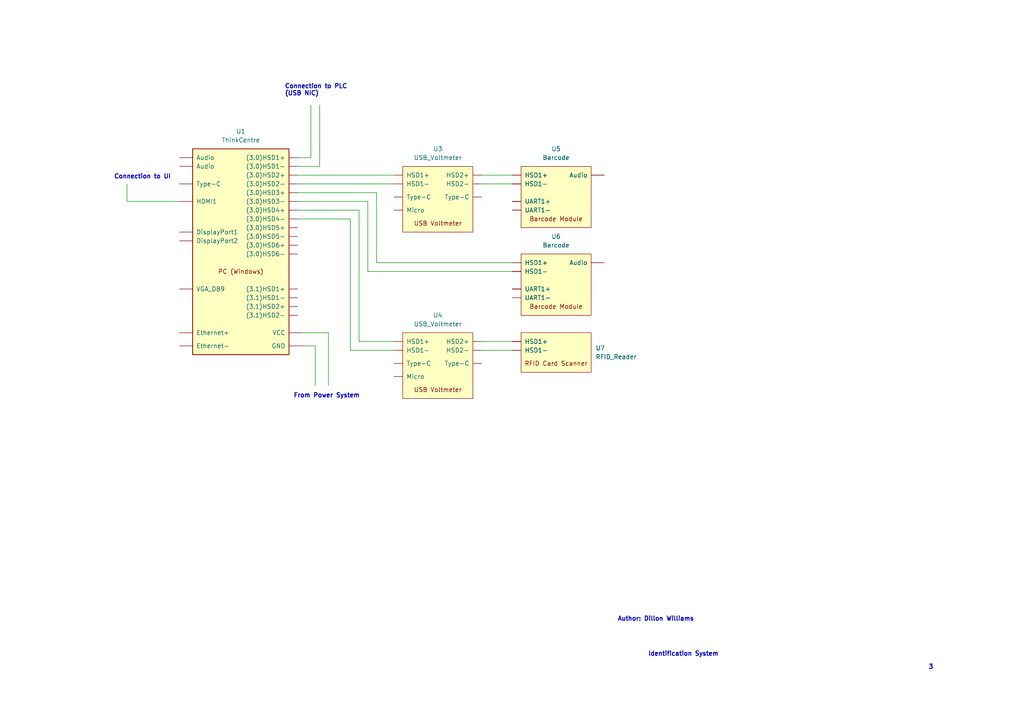
<source format=kicad_sch>
(kicad_sch (version 20211123) (generator eeschema)

  (uuid e63e39d7-6ac0-4ffd-8aa3-1841a4541b55)

  (paper "A4")

  (lib_symbols
    (symbol "4xxx:Barcode" (pin_names (offset 1.016)) (in_bom yes) (on_board yes)
      (property "Reference" "U1" (id 0) (at 0 39.37 0)
        (effects (font (size 1.27 1.27)))
      )
      (property "Value" "Barcode" (id 1) (at 0 36.83 0)
        (effects (font (size 1.27 1.27)))
      )
      (property "Footprint" "" (id 2) (at 2.54 5.08 0)
        (effects (font (size 1.27 1.27)) hide)
      )
      (property "Datasheet" "" (id 3) (at 2.54 5.08 0)
        (effects (font (size 1.27 1.27)) hide)
      )
      (property "ki_keywords" "MCS-48 uC Microcontroller" (id 4) (at 0 0 0)
        (effects (font (size 1.27 1.27)) hide)
      )
      (property "ki_description" "i8748, MCS-48 8-bit Microcontroller with Internal EPROM, 1KB EPROM, 64B RAM, DIP-40" (id 5) (at 0 0 0)
        (effects (font (size 1.27 1.27)) hide)
      )
      (property "ki_fp_filters" "DIP* PDIP*" (id 6) (at 0 0 0)
        (effects (font (size 1.27 1.27)) hide)
      )
      (symbol "Barcode_0_0"
        (text "Barcode Module" (at 3.81 19.05 0)
          (effects (font (size 1.27 1.27)))
        )
      )
      (symbol "Barcode_1_1"
        (rectangle (start -6.35 34.29) (end 13.97 16.51)
          (stroke (width 0) (type default) (color 0 0 0 0))
          (fill (type background))
        )
        (pin bidirectional line (at 17.78 31.75 180) (length 3.81)
          (name "Audio" (effects (font (size 1.27 1.27))))
          (number "" (effects (font (size 1.27 1.27))))
        )
        (pin bidirectional line (at -8.89 31.75 0) (length 2.54)
          (name "HSD1+" (effects (font (size 1.27 1.27))))
          (number "" (effects (font (size 1.27 1.27))))
        )
        (pin bidirectional line (at -8.89 29.21 0) (length 2.54)
          (name "HSD1-" (effects (font (size 1.27 1.27))))
          (number "" (effects (font (size 1.27 1.27))))
        )
        (pin bidirectional line (at -8.89 24.13 0) (length 2.54)
          (name "UART1+" (effects (font (size 1.27 1.27))))
          (number "" (effects (font (size 1.27 1.27))))
        )
        (pin bidirectional line (at -8.89 21.59 0) (length 2.54)
          (name "UART1-" (effects (font (size 1.27 1.27))))
          (number "" (effects (font (size 1.27 1.27))))
        )
      )
    )
    (symbol "4xxx:RFID_Reader" (pin_names (offset 1.016)) (in_bom yes) (on_board yes)
      (property "Reference" "U1" (id 0) (at 0 39.37 0)
        (effects (font (size 1.27 1.27)))
      )
      (property "Value" "RFID_Reader" (id 1) (at 0 36.83 0)
        (effects (font (size 1.27 1.27)))
      )
      (property "Footprint" "" (id 2) (at 2.54 5.08 0)
        (effects (font (size 1.27 1.27)) hide)
      )
      (property "Datasheet" "" (id 3) (at 2.54 5.08 0)
        (effects (font (size 1.27 1.27)) hide)
      )
      (property "ki_keywords" "MCS-48 uC Microcontroller" (id 4) (at 0 0 0)
        (effects (font (size 1.27 1.27)) hide)
      )
      (property "ki_description" "i8748, MCS-48 8-bit Microcontroller with Internal EPROM, 1KB EPROM, 64B RAM, DIP-40" (id 5) (at 0 0 0)
        (effects (font (size 1.27 1.27)) hide)
      )
      (property "ki_fp_filters" "DIP* PDIP*" (id 6) (at 0 0 0)
        (effects (font (size 1.27 1.27)) hide)
      )
      (symbol "RFID_Reader_0_0"
        (text "RFID Card Scanner" (at 3.81 25.4 0)
          (effects (font (size 1.27 1.27)))
        )
      )
      (symbol "RFID_Reader_1_1"
        (rectangle (start -6.35 34.29) (end 13.97 22.86)
          (stroke (width 0) (type default) (color 0 0 0 0))
          (fill (type background))
        )
        (pin bidirectional line (at -8.89 31.75 0) (length 2.54)
          (name "HSD1+" (effects (font (size 1.27 1.27))))
          (number "" (effects (font (size 1.27 1.27))))
        )
        (pin bidirectional line (at -8.89 29.21 0) (length 2.54)
          (name "HSD1-" (effects (font (size 1.27 1.27))))
          (number "" (effects (font (size 1.27 1.27))))
        )
      )
    )
    (symbol "4xxx:USB_Voltmeter" (pin_names (offset 1.016)) (in_bom yes) (on_board yes)
      (property "Reference" "U1" (id 0) (at 0 39.37 0)
        (effects (font (size 1.27 1.27)))
      )
      (property "Value" "USB_Voltmeter" (id 1) (at 0 36.83 0)
        (effects (font (size 1.27 1.27)))
      )
      (property "Footprint" "" (id 2) (at 2.54 5.08 0)
        (effects (font (size 1.27 1.27)) hide)
      )
      (property "Datasheet" "" (id 3) (at 2.54 5.08 0)
        (effects (font (size 1.27 1.27)) hide)
      )
      (property "ki_keywords" "MCS-48 uC Microcontroller" (id 4) (at 0 0 0)
        (effects (font (size 1.27 1.27)) hide)
      )
      (property "ki_description" "i8748, MCS-48 8-bit Microcontroller with Internal EPROM, 1KB EPROM, 64B RAM, DIP-40" (id 5) (at 0 0 0)
        (effects (font (size 1.27 1.27)) hide)
      )
      (property "ki_fp_filters" "DIP* PDIP*" (id 6) (at 0 0 0)
        (effects (font (size 1.27 1.27)) hide)
      )
      (symbol "USB_Voltmeter_0_0"
        (text "USB Voltmeter" (at 3.81 17.78 0)
          (effects (font (size 1.27 1.27)))
        )
      )
      (symbol "USB_Voltmeter_1_1"
        (rectangle (start -6.35 34.29) (end 13.97 15.24)
          (stroke (width 0) (type default) (color 0 0 0 0))
          (fill (type background))
        )
        (pin input line (at -8.89 31.75 0) (length 2.54)
          (name "HSD1+" (effects (font (size 1.27 1.27))))
          (number "" (effects (font (size 1.27 1.27))))
        )
        (pin input line (at -8.89 29.21 0) (length 2.54)
          (name "HSD1-" (effects (font (size 1.27 1.27))))
          (number "" (effects (font (size 1.27 1.27))))
        )
        (pin output line (at 16.51 31.75 180) (length 2.54)
          (name "HSD2+" (effects (font (size 1.27 1.27))))
          (number "" (effects (font (size 1.27 1.27))))
        )
        (pin output line (at 16.51 29.21 180) (length 2.54)
          (name "HSD2-" (effects (font (size 1.27 1.27))))
          (number "" (effects (font (size 1.27 1.27))))
        )
        (pin input line (at -8.89 21.59 0) (length 2.54)
          (name "Micro" (effects (font (size 1.27 1.27))))
          (number "" (effects (font (size 1.27 1.27))))
        )
        (pin input line (at -8.89 25.4 0) (length 2.54)
          (name "Type-C" (effects (font (size 1.27 1.27))))
          (number "" (effects (font (size 1.27 1.27))))
        )
        (pin output line (at 16.51 25.4 180) (length 2.54)
          (name "Type-C" (effects (font (size 1.27 1.27))))
          (number "" (effects (font (size 1.27 1.27))))
        )
      )
    )
    (symbol "MiniPC_1" (pin_names (offset 1.016)) (in_bom yes) (on_board yes)
      (property "Reference" "U1" (id 0) (at 0 39.37 0)
        (effects (font (size 1.27 1.27)))
      )
      (property "Value" "PC" (id 1) (at 0 36.83 0)
        (effects (font (size 1.27 1.27)))
      )
      (property "Footprint" "" (id 2) (at 2.54 11.43 0)
        (effects (font (size 1.27 1.27)) hide)
      )
      (property "Datasheet" "" (id 3) (at 2.54 11.43 0)
        (effects (font (size 1.27 1.27)) hide)
      )
      (property "ki_keywords" "MCS-48 uC Microcontroller" (id 4) (at 0 0 0)
        (effects (font (size 1.27 1.27)) hide)
      )
      (property "ki_description" "i8748, MCS-48 8-bit Microcontroller with Internal EPROM, 1KB EPROM, 64B RAM, DIP-40" (id 5) (at 0 0 0)
        (effects (font (size 1.27 1.27)) hide)
      )
      (property "ki_fp_filters" "DIP* PDIP*" (id 6) (at 0 0 0)
        (effects (font (size 1.27 1.27)) hide)
      )
      (symbol "MiniPC_1_0_0"
        (text "PC (Windows)" (at 0 -1.27 0)
          (effects (font (size 1.27 1.27)))
        )
      )
      (symbol "MiniPC_1_1_1"
        (rectangle (start -13.97 34.29) (end 13.97 -25.4)
          (stroke (width 0.254) (type default) (color 0 0 0 0))
          (fill (type background))
        )
        (pin bidirectional line (at 16.51 31.75 180) (length 2.54)
          (name "(3.0)HSD1+" (effects (font (size 1.27 1.27))))
          (number "" (effects (font (size 1.27 1.27))))
        )
        (pin bidirectional line (at 16.51 29.21 180) (length 2.54)
          (name "(3.0)HSD1-" (effects (font (size 1.27 1.27))))
          (number "" (effects (font (size 1.27 1.27))))
        )
        (pin bidirectional line (at 16.51 26.67 180) (length 2.54)
          (name "(3.0)HSD2+" (effects (font (size 1.27 1.27))))
          (number "" (effects (font (size 1.27 1.27))))
        )
        (pin bidirectional line (at 16.51 24.13 180) (length 2.54)
          (name "(3.0)HSD2-" (effects (font (size 1.27 1.27))))
          (number "" (effects (font (size 1.27 1.27))))
        )
        (pin bidirectional line (at 16.51 21.59 180) (length 2.54)
          (name "(3.0)HSD3+" (effects (font (size 1.27 1.27))))
          (number "" (effects (font (size 1.27 1.27))))
        )
        (pin bidirectional line (at 16.51 19.05 180) (length 2.54)
          (name "(3.0)HSD3-" (effects (font (size 1.27 1.27))))
          (number "" (effects (font (size 1.27 1.27))))
        )
        (pin bidirectional line (at 16.51 16.51 180) (length 2.54)
          (name "(3.0)HSD4+" (effects (font (size 1.27 1.27))))
          (number "" (effects (font (size 1.27 1.27))))
        )
        (pin bidirectional line (at 16.51 13.97 180) (length 2.54)
          (name "(3.0)HSD4-" (effects (font (size 1.27 1.27))))
          (number "" (effects (font (size 1.27 1.27))))
        )
        (pin bidirectional line (at 16.51 11.43 180) (length 2.54)
          (name "(3.0)HSD5+" (effects (font (size 1.27 1.27))))
          (number "" (effects (font (size 1.27 1.27))))
        )
        (pin bidirectional line (at 16.51 8.89 180) (length 2.54)
          (name "(3.0)HSD5-" (effects (font (size 1.27 1.27))))
          (number "" (effects (font (size 1.27 1.27))))
        )
        (pin bidirectional line (at 16.51 6.35 180) (length 2.54)
          (name "(3.0)HSD6+" (effects (font (size 1.27 1.27))))
          (number "" (effects (font (size 1.27 1.27))))
        )
        (pin bidirectional line (at 16.51 3.81 180) (length 2.54)
          (name "(3.0)HSD6-" (effects (font (size 1.27 1.27))))
          (number "" (effects (font (size 1.27 1.27))))
        )
        (pin bidirectional line (at 16.51 -6.35 180) (length 2.54)
          (name "(3.1)HSD1+" (effects (font (size 1.27 1.27))))
          (number "" (effects (font (size 1.27 1.27))))
        )
        (pin bidirectional line (at 16.51 -8.89 180) (length 2.54)
          (name "(3.1)HSD1-" (effects (font (size 1.27 1.27))))
          (number "" (effects (font (size 1.27 1.27))))
        )
        (pin bidirectional line (at 16.51 -11.43 180) (length 2.54)
          (name "(3.1)HSD2+" (effects (font (size 1.27 1.27))))
          (number "" (effects (font (size 1.27 1.27))))
        )
        (pin bidirectional line (at 16.51 -13.97 180) (length 2.54)
          (name "(3.1)HSD2-" (effects (font (size 1.27 1.27))))
          (number "" (effects (font (size 1.27 1.27))))
        )
        (pin bidirectional line (at -17.78 29.21 0) (length 3.81)
          (name "Audio" (effects (font (size 1.27 1.27))))
          (number "" (effects (font (size 1.27 1.27))))
        )
        (pin bidirectional line (at -17.78 31.75 0) (length 3.81)
          (name "Audio" (effects (font (size 1.27 1.27))))
          (number "" (effects (font (size 1.27 1.27))))
        )
        (pin bidirectional line (at -17.78 10.16 0) (length 3.81)
          (name "DisplayPort1" (effects (font (size 1.27 1.27))))
          (number "" (effects (font (size 1.27 1.27))))
        )
        (pin bidirectional line (at -17.78 7.62 0) (length 3.81)
          (name "DisplayPort2" (effects (font (size 1.27 1.27))))
          (number "" (effects (font (size 1.27 1.27))))
        )
        (pin bidirectional line (at -17.78 -19.05 0) (length 3.81)
          (name "Ethernet+" (effects (font (size 1.27 1.27))))
          (number "" (effects (font (size 1.27 1.27))))
        )
        (pin bidirectional line (at -17.78 -22.86 0) (length 3.81)
          (name "Ethernet-" (effects (font (size 1.27 1.27))))
          (number "" (effects (font (size 1.27 1.27))))
        )
        (pin power_in line (at 17.78 -22.86 180) (length 3.81)
          (name "GND" (effects (font (size 1.27 1.27))))
          (number "" (effects (font (size 1.27 1.27))))
        )
        (pin bidirectional line (at -17.78 19.05 0) (length 3.81)
          (name "HDMI1" (effects (font (size 1.27 1.27))))
          (number "" (effects (font (size 1.27 1.27))))
        )
        (pin bidirectional line (at -17.78 24.13 0) (length 3.81)
          (name "Type-C" (effects (font (size 1.27 1.27))))
          (number "" (effects (font (size 1.27 1.27))))
        )
        (pin power_in line (at 17.78 -19.05 180) (length 3.81)
          (name "VCC" (effects (font (size 1.27 1.27))))
          (number "" (effects (font (size 1.27 1.27))))
        )
        (pin bidirectional line (at -17.78 -6.35 0) (length 3.81)
          (name "VGA_DB9" (effects (font (size 1.27 1.27))))
          (number "" (effects (font (size 1.27 1.27))))
        )
      )
    )
  )


  (wire (pts (xy 90.17 45.72) (xy 90.17 30.48))
    (stroke (width 0) (type default) (color 0 0 0 0))
    (uuid 0d724af1-a535-4665-ba60-ae7137157cd2)
  )
  (wire (pts (xy 86.36 48.26) (xy 92.71 48.26))
    (stroke (width 0) (type default) (color 0 0 0 0))
    (uuid 0f4eeffc-7c39-465b-969c-dab74e9842da)
  )
  (wire (pts (xy 104.14 99.06) (xy 114.3 99.06))
    (stroke (width 0) (type default) (color 0 0 0 0))
    (uuid 10e6e4e3-7ad9-4bbc-95ff-e9c928364714)
  )
  (wire (pts (xy 109.22 76.2) (xy 148.59 76.2))
    (stroke (width 0) (type default) (color 0 0 0 0))
    (uuid 1a21f82c-8a78-43fe-b7a0-bc1ec91d4b49)
  )
  (wire (pts (xy 104.14 60.96) (xy 104.14 99.06))
    (stroke (width 0) (type default) (color 0 0 0 0))
    (uuid 1f3b14bd-a282-46f7-9302-f4258987f5d2)
  )
  (wire (pts (xy 109.22 55.88) (xy 109.22 76.2))
    (stroke (width 0) (type default) (color 0 0 0 0))
    (uuid 2081e841-cd6e-4317-9a18-1a93b2fe8eb5)
  )
  (wire (pts (xy 86.36 60.96) (xy 104.14 60.96))
    (stroke (width 0) (type default) (color 0 0 0 0))
    (uuid 20cc8861-0ae5-41c2-a258-c0ef2adab079)
  )
  (wire (pts (xy 139.7 50.8) (xy 148.59 50.8))
    (stroke (width 0) (type default) (color 0 0 0 0))
    (uuid 23523d39-86c6-4c9a-bdab-6fb0d070640a)
  )
  (wire (pts (xy 101.6 101.6) (xy 114.3 101.6))
    (stroke (width 0) (type default) (color 0 0 0 0))
    (uuid 28eda730-3034-42f5-b7cb-a616c96f47c1)
  )
  (wire (pts (xy 86.36 50.8) (xy 114.3 50.8))
    (stroke (width 0) (type default) (color 0 0 0 0))
    (uuid 29c88dc3-a009-48ae-b70b-87a804fd31d6)
  )
  (wire (pts (xy 52.07 58.42) (xy 36.83 58.42))
    (stroke (width 0) (type default) (color 0 0 0 0))
    (uuid 3e0654b0-14ed-4c4a-96cd-bb4d740900be)
  )
  (wire (pts (xy 86.36 45.72) (xy 90.17 45.72))
    (stroke (width 0) (type default) (color 0 0 0 0))
    (uuid 4ed9d004-6da1-489a-9742-35335ad30ea5)
  )
  (wire (pts (xy 86.36 55.88) (xy 109.22 55.88))
    (stroke (width 0) (type default) (color 0 0 0 0))
    (uuid 5fc66966-03ec-4860-8b8f-2cb45d458c81)
  )
  (wire (pts (xy 139.7 53.34) (xy 148.59 53.34))
    (stroke (width 0) (type default) (color 0 0 0 0))
    (uuid 6368067d-659f-461a-b9d6-7ae13a83f22c)
  )
  (wire (pts (xy 101.6 63.5) (xy 101.6 101.6))
    (stroke (width 0) (type default) (color 0 0 0 0))
    (uuid 75401a6c-00ee-4028-b3b4-0a38a7849561)
  )
  (wire (pts (xy 95.25 96.52) (xy 95.25 111.76))
    (stroke (width 0) (type default) (color 0 0 0 0))
    (uuid 82703eaf-ee57-455d-b591-d4f40ba10657)
  )
  (wire (pts (xy 86.36 63.5) (xy 101.6 63.5))
    (stroke (width 0) (type default) (color 0 0 0 0))
    (uuid 8ca5a7b6-79fa-4262-96a7-dd1020eb7565)
  )
  (wire (pts (xy 86.36 58.42) (xy 106.68 58.42))
    (stroke (width 0) (type default) (color 0 0 0 0))
    (uuid 8ec57071-c1e5-4531-bf0d-d41908189d63)
  )
  (wire (pts (xy 87.63 96.52) (xy 95.25 96.52))
    (stroke (width 0) (type default) (color 0 0 0 0))
    (uuid 9354e304-3025-4f0a-8ce9-47d989e85ec2)
  )
  (wire (pts (xy 87.63 100.33) (xy 91.44 100.33))
    (stroke (width 0) (type default) (color 0 0 0 0))
    (uuid 97ba8585-5512-4b4c-8c6e-3c22433c4e07)
  )
  (wire (pts (xy 86.36 53.34) (xy 114.3 53.34))
    (stroke (width 0) (type default) (color 0 0 0 0))
    (uuid a8cb3016-f87e-4db7-9699-e273b9f454f3)
  )
  (wire (pts (xy 92.71 48.26) (xy 92.71 30.48))
    (stroke (width 0) (type default) (color 0 0 0 0))
    (uuid a8d516d8-3881-4ff2-84b8-a9e761992e6a)
  )
  (wire (pts (xy 106.68 58.42) (xy 106.68 78.74))
    (stroke (width 0) (type default) (color 0 0 0 0))
    (uuid bb43a10f-0181-42c0-b216-f82a79d1473f)
  )
  (wire (pts (xy 91.44 100.33) (xy 91.44 111.76))
    (stroke (width 0) (type default) (color 0 0 0 0))
    (uuid c8457329-4302-46f2-b565-c62d0a3fc6ea)
  )
  (wire (pts (xy 36.83 53.34) (xy 36.83 58.42))
    (stroke (width 0) (type default) (color 0 0 0 0))
    (uuid d0d41385-7e87-4f1e-b73a-d271bb8e88fd)
  )
  (wire (pts (xy 139.7 99.06) (xy 148.59 99.06))
    (stroke (width 0) (type default) (color 0 0 0 0))
    (uuid d5c4a143-12fb-4cc4-bb68-ff7620d89847)
  )
  (wire (pts (xy 139.7 101.6) (xy 148.59 101.6))
    (stroke (width 0) (type default) (color 0 0 0 0))
    (uuid e6f1f0d3-f709-4fb4-9d67-a187f4db1c27)
  )
  (wire (pts (xy 106.68 78.74) (xy 148.59 78.74))
    (stroke (width 0) (type default) (color 0 0 0 0))
    (uuid fbbf9c16-f82d-4235-8062-6f92dc7a7ff2)
  )

  (text "Connection to UI" (at 33.02 52.07 0)
    (effects (font (size 1.27 1.27) bold) (justify left bottom))
    (uuid 48c6281b-5a6c-4f3a-a32a-ea937a2557a3)
  )
  (text "Author: Dillon Williams" (at 179.07 180.34 0)
    (effects (font (size 1.27 1.27) bold) (justify left bottom))
    (uuid 4f2f68c4-6fa0-45ce-b5c2-e911daddcd12)
  )
  (text "From Power System" (at 85.09 115.57 0)
    (effects (font (size 1.27 1.27) (thickness 0.254) bold) (justify left bottom))
    (uuid 5b3ba91e-6067-406b-a216-3fc6bef43678)
  )
  (text "Identification System" (at 187.96 190.5 0)
    (effects (font (size 1.27 1.27) (thickness 0.254) bold) (justify left bottom))
    (uuid b13e8448-bf35-4ec0-9c70-3f2250718cc2)
  )
  (text "Connection to PLC\n(USB NIC)" (at 82.55 27.94 0)
    (effects (font (size 1.27 1.27) bold) (justify left bottom))
    (uuid bdf18402-1f9f-4394-8e73-151c37c31bdb)
  )
  (text "3" (at 269.24 194.31 0)
    (effects (font (size 1.27 1.27) bold) (justify left bottom))
    (uuid e76ec524-408a-4daa-89f6-0edfdbcfb621)
  )

  (symbol (lib_id "4xxx:RFID_Reader") (at 157.48 130.81 0) (unit 1)
    (in_bom yes) (on_board yes) (fields_autoplaced)
    (uuid 11beaac7-0116-49f1-b4fe-e9918c76a543)
    (property "Reference" "U7" (id 0) (at 172.72 100.9649 0)
      (effects (font (size 1.27 1.27)) (justify left))
    )
    (property "Value" "RFID_Reader" (id 1) (at 172.72 103.5049 0)
      (effects (font (size 1.27 1.27)) (justify left))
    )
    (property "Footprint" "" (id 2) (at 160.02 125.73 0)
      (effects (font (size 1.27 1.27)) hide)
    )
    (property "Datasheet" "" (id 3) (at 160.02 125.73 0)
      (effects (font (size 1.27 1.27)) hide)
    )
    (pin "" (uuid 86e8f4b0-192c-413e-a913-acff36a115df))
    (pin "" (uuid 86e8f4b0-192c-413e-a913-acff36a115df))
  )

  (symbol (lib_name "MiniPC_1") (lib_id "MCU_Intel:MiniPC") (at 69.85 77.47 0) (unit 1)
    (in_bom yes) (on_board yes) (fields_autoplaced)
    (uuid 45d0be27-92b3-4bdb-8caf-0545fa02b1bd)
    (property "Reference" "U1" (id 0) (at 69.85 38.1 0))
    (property "Value" "ThinkCentre" (id 1) (at 69.85 40.64 0))
    (property "Footprint" "" (id 2) (at 72.39 66.04 0)
      (effects (font (size 1.27 1.27)) hide)
    )
    (property "Datasheet" "" (id 3) (at 72.39 66.04 0)
      (effects (font (size 1.27 1.27)) hide)
    )
    (pin "" (uuid 8be65536-d759-4cf3-b037-dc944acc465f))
    (pin "" (uuid 8be65536-d759-4cf3-b037-dc944acc465f))
    (pin "" (uuid 8be65536-d759-4cf3-b037-dc944acc465f))
    (pin "" (uuid 8be65536-d759-4cf3-b037-dc944acc465f))
    (pin "" (uuid 8be65536-d759-4cf3-b037-dc944acc465f))
    (pin "" (uuid 8be65536-d759-4cf3-b037-dc944acc465f))
    (pin "" (uuid 8be65536-d759-4cf3-b037-dc944acc465f))
    (pin "" (uuid 8be65536-d759-4cf3-b037-dc944acc465f))
    (pin "" (uuid 8be65536-d759-4cf3-b037-dc944acc465f))
    (pin "" (uuid 8be65536-d759-4cf3-b037-dc944acc465f))
    (pin "" (uuid 8be65536-d759-4cf3-b037-dc944acc465f))
    (pin "" (uuid 8be65536-d759-4cf3-b037-dc944acc465f))
    (pin "" (uuid 8be65536-d759-4cf3-b037-dc944acc465f))
    (pin "" (uuid 8be65536-d759-4cf3-b037-dc944acc465f))
    (pin "" (uuid 8be65536-d759-4cf3-b037-dc944acc465f))
    (pin "" (uuid 8be65536-d759-4cf3-b037-dc944acc465f))
    (pin "" (uuid 8be65536-d759-4cf3-b037-dc944acc465f))
    (pin "" (uuid 8be65536-d759-4cf3-b037-dc944acc465f))
    (pin "" (uuid 8be65536-d759-4cf3-b037-dc944acc465f))
    (pin "" (uuid 8be65536-d759-4cf3-b037-dc944acc465f))
    (pin "" (uuid 8be65536-d759-4cf3-b037-dc944acc465f))
    (pin "" (uuid 8be65536-d759-4cf3-b037-dc944acc465f))
    (pin "" (uuid 8be65536-d759-4cf3-b037-dc944acc465f))
    (pin "" (uuid 8be65536-d759-4cf3-b037-dc944acc465f))
    (pin "" (uuid 8be65536-d759-4cf3-b037-dc944acc465f))
    (pin "" (uuid 8be65536-d759-4cf3-b037-dc944acc465f))
    (pin "" (uuid 8be65536-d759-4cf3-b037-dc944acc465f))
  )

  (symbol (lib_id "4xxx:USB_Voltmeter") (at 123.19 82.55 0) (unit 1)
    (in_bom yes) (on_board yes) (fields_autoplaced)
    (uuid 45fbf304-3141-4d25-95fa-f688f12a590d)
    (property "Reference" "U3" (id 0) (at 127 43.18 0))
    (property "Value" "USB_Voltmeter" (id 1) (at 127 45.72 0))
    (property "Footprint" "" (id 2) (at 125.73 77.47 0)
      (effects (font (size 1.27 1.27)) hide)
    )
    (property "Datasheet" "" (id 3) (at 125.73 77.47 0)
      (effects (font (size 1.27 1.27)) hide)
    )
    (pin "" (uuid 06849207-00de-45c6-9c74-291ecff56d7e))
    (pin "" (uuid 06849207-00de-45c6-9c74-291ecff56d7e))
    (pin "" (uuid 06849207-00de-45c6-9c74-291ecff56d7e))
    (pin "" (uuid 06849207-00de-45c6-9c74-291ecff56d7e))
    (pin "" (uuid 06849207-00de-45c6-9c74-291ecff56d7e))
    (pin "" (uuid 06849207-00de-45c6-9c74-291ecff56d7e))
    (pin "" (uuid 06849207-00de-45c6-9c74-291ecff56d7e))
  )

  (symbol (lib_id "4xxx:Barcode") (at 157.48 82.55 0) (unit 1)
    (in_bom yes) (on_board yes) (fields_autoplaced)
    (uuid 4ac15042-c818-4bda-93bb-0fcd3ed5b65b)
    (property "Reference" "U5" (id 0) (at 161.29 43.18 0))
    (property "Value" "Barcode" (id 1) (at 161.29 45.72 0))
    (property "Footprint" "" (id 2) (at 160.02 77.47 0)
      (effects (font (size 1.27 1.27)) hide)
    )
    (property "Datasheet" "" (id 3) (at 160.02 77.47 0)
      (effects (font (size 1.27 1.27)) hide)
    )
    (pin "" (uuid 7a577c0e-a816-49eb-a61a-9b2397143369))
    (pin "" (uuid 7a577c0e-a816-49eb-a61a-9b2397143369))
    (pin "" (uuid 7a577c0e-a816-49eb-a61a-9b2397143369))
    (pin "" (uuid 7a577c0e-a816-49eb-a61a-9b2397143369))
    (pin "" (uuid 7a577c0e-a816-49eb-a61a-9b2397143369))
  )

  (symbol (lib_id "4xxx:Barcode") (at 157.48 107.95 0) (unit 1)
    (in_bom yes) (on_board yes) (fields_autoplaced)
    (uuid 9ce7ce0c-35df-4a92-a03b-cfac6dcf0d1f)
    (property "Reference" "U6" (id 0) (at 161.29 68.58 0))
    (property "Value" "Barcode" (id 1) (at 161.29 71.12 0))
    (property "Footprint" "" (id 2) (at 160.02 102.87 0)
      (effects (font (size 1.27 1.27)) hide)
    )
    (property "Datasheet" "" (id 3) (at 160.02 102.87 0)
      (effects (font (size 1.27 1.27)) hide)
    )
    (pin "" (uuid bd5903a6-0627-4aef-822f-7f450506b3c3))
    (pin "" (uuid bd5903a6-0627-4aef-822f-7f450506b3c3))
    (pin "" (uuid bd5903a6-0627-4aef-822f-7f450506b3c3))
    (pin "" (uuid bd5903a6-0627-4aef-822f-7f450506b3c3))
    (pin "" (uuid bd5903a6-0627-4aef-822f-7f450506b3c3))
  )

  (symbol (lib_id "4xxx:USB_Voltmeter") (at 123.19 130.81 0) (unit 1)
    (in_bom yes) (on_board yes) (fields_autoplaced)
    (uuid db8e0f2d-ff11-492c-9a9d-431f20d72605)
    (property "Reference" "U4" (id 0) (at 127 91.44 0))
    (property "Value" "USB_Voltmeter" (id 1) (at 127 93.98 0))
    (property "Footprint" "" (id 2) (at 125.73 125.73 0)
      (effects (font (size 1.27 1.27)) hide)
    )
    (property "Datasheet" "" (id 3) (at 125.73 125.73 0)
      (effects (font (size 1.27 1.27)) hide)
    )
    (pin "" (uuid b08f15ba-2491-41a2-ad65-de5dd4111b04))
    (pin "" (uuid b08f15ba-2491-41a2-ad65-de5dd4111b04))
    (pin "" (uuid b08f15ba-2491-41a2-ad65-de5dd4111b04))
    (pin "" (uuid b08f15ba-2491-41a2-ad65-de5dd4111b04))
    (pin "" (uuid b08f15ba-2491-41a2-ad65-de5dd4111b04))
    (pin "" (uuid b08f15ba-2491-41a2-ad65-de5dd4111b04))
    (pin "" (uuid b08f15ba-2491-41a2-ad65-de5dd4111b04))
  )

  (sheet_instances
    (path "/" (page "1"))
  )

  (symbol_instances
    (path "/45d0be27-92b3-4bdb-8caf-0545fa02b1bd"
      (reference "U1") (unit 1) (value "ThinkCentre") (footprint "")
    )
    (path "/45fbf304-3141-4d25-95fa-f688f12a590d"
      (reference "U3") (unit 1) (value "USB_Voltmeter") (footprint "")
    )
    (path "/db8e0f2d-ff11-492c-9a9d-431f20d72605"
      (reference "U4") (unit 1) (value "USB_Voltmeter") (footprint "")
    )
    (path "/4ac15042-c818-4bda-93bb-0fcd3ed5b65b"
      (reference "U5") (unit 1) (value "Barcode") (footprint "")
    )
    (path "/9ce7ce0c-35df-4a92-a03b-cfac6dcf0d1f"
      (reference "U6") (unit 1) (value "Barcode") (footprint "")
    )
    (path "/11beaac7-0116-49f1-b4fe-e9918c76a543"
      (reference "U7") (unit 1) (value "RFID_Reader") (footprint "")
    )
  )
)

</source>
